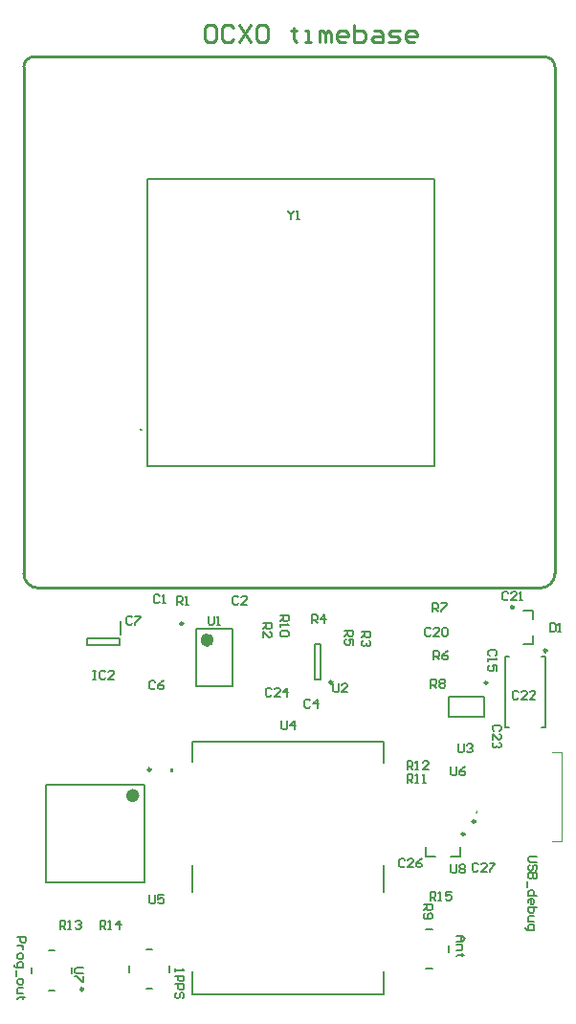
<source format=gto>
G04*
G04 #@! TF.GenerationSoftware,Altium Limited,Altium Designer,22.4.2 (48)*
G04*
G04 Layer_Color=65535*
%FSLAX25Y25*%
%MOIN*%
G70*
G04*
G04 #@! TF.SameCoordinates,EE9FD93B-DFF2-4F26-82DF-D5074B5D0FFF*
G04*
G04*
G04 #@! TF.FilePolarity,Positive*
G04*
G01*
G75*
%ADD10C,0.00984*%
%ADD11C,0.01496*%
%ADD12C,0.00787*%
%ADD13C,0.02362*%
%ADD14C,0.01000*%
%ADD15C,0.00630*%
%ADD16C,0.00394*%
%ADD17C,0.00591*%
D10*
X187980Y-16532D02*
G03*
X187980Y-16532I-492J0D01*
G01*
X159319Y-80500D02*
G03*
X159319Y-80500I-492J0D01*
G01*
X26406Y-134528D02*
G03*
X26406Y-134528I-492J0D01*
G01*
X163020Y-76087D02*
G03*
X163020Y-76087I-492J0D01*
G01*
X176437Y-1413D02*
G03*
X176437Y-1413I-492J0D01*
G01*
X167283Y-27732D02*
G03*
X167283Y-27732I-492J0D01*
G01*
X49988Y-58000D02*
G03*
X49988Y-58000I-492J0D01*
G01*
X61272Y-7189D02*
G03*
X61272Y-7189I-492J0D01*
G01*
X113216Y-27587D02*
G03*
X113216Y-27587I-492J0D01*
G01*
D11*
X57302Y-58224D02*
G03*
X57302Y-58224I-103J0D01*
G01*
D12*
X163496Y-73012D02*
G03*
X163496Y-72618I0J197D01*
G01*
D02*
G03*
X163496Y-73012I0J-197D01*
G01*
D02*
G03*
X163496Y-72618I0J197D01*
G01*
X46291Y60248D02*
G03*
X46685Y60248I197J0D01*
G01*
D02*
G03*
X46291Y60248I-197J0D01*
G01*
X187390Y-43402D02*
Y-18598D01*
X173610Y-43402D02*
Y-18598D01*
X174791D01*
X186209D02*
X187390D01*
X186209Y-43402D02*
X187390D01*
X173610D02*
X174791D01*
X157843Y-88374D02*
Y-84831D01*
X154496Y-88374D02*
X157843D01*
X145638D02*
Y-84831D01*
Y-88374D02*
X148984D01*
X42610Y-128563D02*
Y-126437D01*
X56390Y-128563D02*
Y-126437D01*
X48437Y-120610D02*
X50563D01*
X48437Y-134390D02*
X50563D01*
X14437Y-134890D02*
X16563D01*
X14437Y-121110D02*
X16563D01*
X8610Y-129063D02*
Y-126937D01*
X22390Y-129063D02*
Y-126937D01*
X179685Y-2595D02*
X183228D01*
Y-5744D02*
Y-2595D01*
X179685Y-14405D02*
X183228D01*
Y-11256D01*
X153898Y-39543D02*
Y-32457D01*
X166102Y-39543D02*
Y-32457D01*
X153898Y-39543D02*
X166102D01*
X153898Y-32457D02*
X166102D01*
X145937Y-127390D02*
X148063D01*
X145937Y-113610D02*
X148063D01*
X153890Y-121563D02*
Y-119437D01*
X13374Y-97370D02*
Y-63118D01*
X47626Y-97370D02*
Y-63118D01*
X13374Y-97370D02*
X47626D01*
X13374Y-63118D02*
X47626D01*
X39209Y-14681D02*
Y-12319D01*
X27791Y-14681D02*
X39209D01*
X27791D02*
Y-12319D01*
X39209D01*
X39406Y-10941D02*
Y-6216D01*
X65701Y-29039D02*
X78299D01*
X65701Y-8961D02*
X78299D01*
Y-29039D02*
Y-8961D01*
X65701Y-29039D02*
Y-8961D01*
X107016Y-26602D02*
X108984D01*
X107016Y-14398D02*
X108984D01*
Y-26602D02*
Y-14398D01*
X107016Y-26602D02*
Y-14398D01*
X48752Y47748D02*
X148752D01*
Y147748D01*
X48752D02*
X148752D01*
X48752Y47748D02*
Y147748D01*
X46291Y60248D02*
X46685D01*
D13*
X44870Y-67055D02*
G03*
X44870Y-67055I-1181J0D01*
G01*
X70819Y-12898D02*
G03*
X70819Y-12898I-1181J0D01*
G01*
D14*
X5752Y10248D02*
G03*
X10752Y5248I5000J0D01*
G01*
X185752D02*
G03*
X190752Y10248I0J5000D01*
G01*
Y186748D02*
G03*
X187252Y190248I-3500J0D01*
G01*
X9252D02*
G03*
X5752Y186748I0J-3500D01*
G01*
Y10248D02*
Y17748D01*
X10752Y5248D02*
X13652D01*
X180752D02*
X185752D01*
X190752Y10248D02*
Y20000D01*
Y89748D01*
X181752Y190248D02*
X187252D01*
X9252D02*
X24252D01*
X5752Y151748D02*
Y186748D01*
X190752Y160748D02*
Y186748D01*
X13652Y5248D02*
X180752D01*
X5752Y151748D02*
X5752Y17748D01*
X24252Y190248D02*
X181752D01*
X190752Y89748D02*
Y160748D01*
X71751Y201246D02*
X69752D01*
X68752Y200246D01*
Y196248D01*
X69752Y195248D01*
X71751D01*
X72751Y196248D01*
Y200246D01*
X71751Y201246D01*
X78749Y200246D02*
X77749Y201246D01*
X75750D01*
X74750Y200246D01*
Y196248D01*
X75750Y195248D01*
X77749D01*
X78749Y196248D01*
X80748Y201246D02*
X84747Y195248D01*
Y201246D02*
X80748Y195248D01*
X89745Y201246D02*
X87746D01*
X86746Y200246D01*
Y196248D01*
X87746Y195248D01*
X89745D01*
X90745Y196248D01*
Y200246D01*
X89745Y201246D01*
X99742Y200246D02*
Y199247D01*
X98742D01*
X100742D01*
X99742D01*
Y196248D01*
X100742Y195248D01*
X103741D02*
X105740D01*
X104740D01*
Y199247D01*
X103741D01*
X108739Y195248D02*
Y199247D01*
X109739D01*
X110738Y198247D01*
Y195248D01*
Y198247D01*
X111738Y199247D01*
X112738Y198247D01*
Y195248D01*
X117736D02*
X115737D01*
X114737Y196248D01*
Y198247D01*
X115737Y199247D01*
X117736D01*
X118736Y198247D01*
Y197247D01*
X114737D01*
X120735Y201246D02*
Y195248D01*
X123734D01*
X124734Y196248D01*
Y197247D01*
Y198247D01*
X123734Y199247D01*
X120735D01*
X127733D02*
X129732D01*
X130732Y198247D01*
Y195248D01*
X127733D01*
X126733Y196248D01*
X127733Y197247D01*
X130732D01*
X132731Y195248D02*
X135730D01*
X136730Y196248D01*
X135730Y197247D01*
X133731D01*
X132731Y198247D01*
X133731Y199247D01*
X136730D01*
X141728Y195248D02*
X139729D01*
X138729Y196248D01*
Y198247D01*
X139729Y199247D01*
X141728D01*
X142728Y198247D01*
Y197247D01*
X138729D01*
D15*
X131220Y-55474D02*
Y-48274D01*
X131170Y-48224D02*
X131220Y-48274D01*
X64345Y-48224D02*
X131170D01*
X64295Y-48274D02*
X64345Y-48224D01*
X64295Y-55324D02*
Y-48274D01*
X64345Y-100649D02*
Y-91324D01*
X131245Y-100499D02*
Y-91374D01*
X64295Y-136424D02*
Y-128224D01*
Y-136424D02*
X131195D01*
X131270Y-136349D01*
Y-128224D01*
D16*
X189874Y-82972D02*
X193122D01*
X189874D02*
X193122D01*
Y-52028D01*
Y-82972D02*
Y-52028D01*
X189874D02*
X193122D01*
X189874D02*
X193122D01*
D17*
X169984Y-18278D02*
X170476Y-17786D01*
Y-16802D01*
X169984Y-16310D01*
X168016D01*
X167524Y-16802D01*
Y-17786D01*
X168016Y-18278D01*
X167524Y-19262D02*
Y-20246D01*
Y-19754D01*
X170476D01*
X169984Y-19262D01*
X170476Y-23690D02*
Y-21722D01*
X169000D01*
X169492Y-22706D01*
Y-23198D01*
X169000Y-23690D01*
X168016D01*
X167524Y-23198D01*
Y-22214D01*
X168016Y-21722D01*
X43508Y-5016D02*
X43016Y-4524D01*
X42032D01*
X41540Y-5016D01*
Y-6984D01*
X42032Y-7476D01*
X43016D01*
X43508Y-6984D01*
X44492Y-4524D02*
X46460D01*
Y-5016D01*
X44492Y-6984D01*
Y-7476D01*
X178032Y-31016D02*
X177540Y-30524D01*
X176556D01*
X176064Y-31016D01*
Y-32984D01*
X176556Y-33476D01*
X177540D01*
X178032Y-32984D01*
X180984Y-33476D02*
X179016D01*
X180984Y-31508D01*
Y-31016D01*
X180492Y-30524D01*
X179508D01*
X179016Y-31016D01*
X183936Y-33476D02*
X181968D01*
X183936Y-31508D01*
Y-31016D01*
X183444Y-30524D01*
X182460D01*
X181968Y-31016D01*
X147310Y-103476D02*
Y-100524D01*
X148786D01*
X149278Y-101016D01*
Y-102000D01*
X148786Y-102492D01*
X147310D01*
X148294D02*
X149278Y-103476D01*
X150262D02*
X151246D01*
X150754D01*
Y-100524D01*
X150262Y-101016D01*
X154690Y-100524D02*
X152722D01*
Y-102000D01*
X153706Y-101508D01*
X154198D01*
X154690Y-102000D01*
Y-102984D01*
X154198Y-103476D01*
X153214D01*
X152722Y-102984D01*
X154540Y-91024D02*
Y-93484D01*
X155032Y-93976D01*
X156016D01*
X156508Y-93484D01*
Y-91024D01*
X157492Y-91516D02*
X157984Y-91024D01*
X158968D01*
X159460Y-91516D01*
Y-92008D01*
X158968Y-92500D01*
X159460Y-92992D01*
Y-93484D01*
X158968Y-93976D01*
X157984D01*
X157492Y-93484D01*
Y-92992D01*
X157984Y-92500D01*
X157492Y-92008D01*
Y-91516D01*
X157984Y-92500D02*
X158968D01*
X138532Y-89516D02*
X138040Y-89024D01*
X137056D01*
X136564Y-89516D01*
Y-91484D01*
X137056Y-91976D01*
X138040D01*
X138532Y-91484D01*
X141484Y-91976D02*
X139516D01*
X141484Y-90008D01*
Y-89516D01*
X140992Y-89024D01*
X140008D01*
X139516Y-89516D01*
X144436Y-89024D02*
X143452Y-89516D01*
X142468Y-90500D01*
Y-91484D01*
X142960Y-91976D01*
X143944D01*
X144436Y-91484D01*
Y-90992D01*
X143944Y-90500D01*
X142468D01*
X164032Y-91016D02*
X163540Y-90524D01*
X162556D01*
X162064Y-91016D01*
Y-92984D01*
X162556Y-93476D01*
X163540D01*
X164032Y-92984D01*
X166984Y-93476D02*
X165016D01*
X166984Y-91508D01*
Y-91016D01*
X166492Y-90524D01*
X165508D01*
X165016Y-91016D01*
X167968Y-90524D02*
X169936D01*
Y-91016D01*
X167968Y-92984D01*
Y-93476D01*
X139310Y-57976D02*
Y-55024D01*
X140786D01*
X141278Y-55516D01*
Y-56500D01*
X140786Y-56992D01*
X139310D01*
X140294D02*
X141278Y-57976D01*
X142262D02*
X143246D01*
X142754D01*
Y-55024D01*
X142262Y-55516D01*
X146690Y-57976D02*
X144722D01*
X146690Y-56008D01*
Y-55516D01*
X146198Y-55024D01*
X145214D01*
X144722Y-55516D01*
X32310Y-113476D02*
Y-110524D01*
X33786D01*
X34278Y-111016D01*
Y-112000D01*
X33786Y-112492D01*
X32310D01*
X33294D02*
X34278Y-113476D01*
X35262D02*
X36246D01*
X35754D01*
Y-110524D01*
X35262Y-111016D01*
X39198Y-113476D02*
Y-110524D01*
X37722Y-112000D01*
X39690D01*
X18310Y-113476D02*
Y-110524D01*
X19786D01*
X20278Y-111016D01*
Y-112000D01*
X19786Y-112492D01*
X18310D01*
X19294D02*
X20278Y-113476D01*
X21262D02*
X22246D01*
X21754D01*
Y-110524D01*
X21262Y-111016D01*
X23722D02*
X24214Y-110524D01*
X25198D01*
X25690Y-111016D01*
Y-111508D01*
X25198Y-112000D01*
X24706D01*
X25198D01*
X25690Y-112492D01*
Y-112984D01*
X25198Y-113476D01*
X24214D01*
X23722Y-112984D01*
X26476Y-127040D02*
X24016D01*
X23524Y-127532D01*
Y-128516D01*
X24016Y-129008D01*
X26476D01*
Y-129992D02*
Y-131960D01*
X25984D01*
X24016Y-129992D01*
X23524D01*
X58524Y-127334D02*
Y-128318D01*
Y-127826D01*
X61476D01*
X60984Y-127334D01*
X58524Y-129794D02*
X61476D01*
Y-131270D01*
X60984Y-131762D01*
X60000D01*
X59508Y-131270D01*
Y-129794D01*
X58524Y-132746D02*
X61476D01*
Y-134222D01*
X60984Y-134714D01*
X60000D01*
X59508Y-134222D01*
Y-132746D01*
X60984Y-137666D02*
X61476Y-137174D01*
Y-136190D01*
X60984Y-135698D01*
X60492D01*
X60000Y-136190D01*
Y-137174D01*
X59508Y-137666D01*
X59016D01*
X58524Y-137174D01*
Y-136190D01*
X59016Y-135698D01*
X3516Y-116177D02*
X6468D01*
Y-117653D01*
X5976Y-118145D01*
X4992D01*
X4500Y-117653D01*
Y-116177D01*
X5484Y-119129D02*
X3516D01*
X4500D01*
X4992Y-119621D01*
X5484Y-120112D01*
Y-120604D01*
X3516Y-122572D02*
Y-123556D01*
X4008Y-124048D01*
X4992D01*
X5484Y-123556D01*
Y-122572D01*
X4992Y-122080D01*
X4008D01*
X3516Y-122572D01*
X2532Y-126016D02*
Y-126508D01*
X3024Y-127000D01*
X5484D01*
Y-125524D01*
X4992Y-125032D01*
X4008D01*
X3516Y-125524D01*
Y-127000D01*
X3024Y-127984D02*
Y-129952D01*
X3516Y-131428D02*
Y-132412D01*
X4008Y-132904D01*
X4992D01*
X5484Y-132412D01*
Y-131428D01*
X4992Y-130936D01*
X4008D01*
X3516Y-131428D01*
X5484Y-133888D02*
X4008D01*
X3516Y-134379D01*
Y-135855D01*
X5484D01*
X5976Y-137331D02*
X5484D01*
Y-136839D01*
Y-137823D01*
Y-137331D01*
X4008D01*
X3516Y-137823D01*
X92032Y-30016D02*
X91540Y-29524D01*
X90556D01*
X90064Y-30016D01*
Y-31984D01*
X90556Y-32476D01*
X91540D01*
X92032Y-31984D01*
X94984Y-32476D02*
X93016D01*
X94984Y-30508D01*
Y-30016D01*
X94492Y-29524D01*
X93508D01*
X93016Y-30016D01*
X97444Y-32476D02*
Y-29524D01*
X95968Y-31000D01*
X97936D01*
X95024Y-4310D02*
X97976D01*
Y-5786D01*
X97484Y-6278D01*
X96500D01*
X96008Y-5786D01*
Y-4310D01*
Y-5294D02*
X95024Y-6278D01*
Y-7262D02*
Y-8246D01*
Y-7754D01*
X97976D01*
X97484Y-7262D01*
Y-9722D02*
X97976Y-10214D01*
Y-11198D01*
X97484Y-11690D01*
X95516D01*
X95024Y-11198D01*
Y-10214D01*
X95516Y-9722D01*
X97484D01*
X95540Y-41024D02*
Y-43484D01*
X96032Y-43976D01*
X97016D01*
X97508Y-43484D01*
Y-41024D01*
X99968Y-43976D02*
Y-41024D01*
X98492Y-42500D01*
X100460D01*
X139302Y-62476D02*
Y-59524D01*
X140778D01*
X141270Y-60016D01*
Y-61000D01*
X140778Y-61492D01*
X139302D01*
X140286D02*
X141270Y-62476D01*
X142254D02*
X143238D01*
X142746D01*
Y-59524D01*
X142254Y-60016D01*
X144714Y-62476D02*
X145698D01*
X145206D01*
Y-59524D01*
X144714Y-60016D01*
X154540Y-57024D02*
Y-59484D01*
X155032Y-59976D01*
X156016D01*
X156508Y-59484D01*
Y-57024D01*
X159460D02*
X158476Y-57516D01*
X157492Y-58500D01*
Y-59484D01*
X157984Y-59976D01*
X158968D01*
X159460Y-59484D01*
Y-58992D01*
X158968Y-58500D01*
X157492D01*
X184468Y-88209D02*
X182008D01*
X181516Y-88701D01*
Y-89685D01*
X182008Y-90177D01*
X184468D01*
X183976Y-93129D02*
X184468Y-92637D01*
Y-91653D01*
X183976Y-91161D01*
X183484D01*
X182992Y-91653D01*
Y-92637D01*
X182500Y-93129D01*
X182008D01*
X181516Y-92637D01*
Y-91653D01*
X182008Y-91161D01*
X184468Y-94112D02*
X181516D01*
Y-95588D01*
X182008Y-96080D01*
X182500D01*
X182992Y-95588D01*
Y-94112D01*
Y-95588D01*
X183484Y-96080D01*
X183976D01*
X184468Y-95588D01*
Y-94112D01*
X181024Y-97064D02*
Y-99032D01*
X184468Y-101984D02*
X181516D01*
Y-100508D01*
X182008Y-100016D01*
X182992D01*
X183484Y-100508D01*
Y-101984D01*
X181516Y-104444D02*
Y-103460D01*
X182008Y-102968D01*
X182992D01*
X183484Y-103460D01*
Y-104444D01*
X182992Y-104936D01*
X182500D01*
Y-102968D01*
X184468Y-105920D02*
X181516D01*
Y-107396D01*
X182008Y-107888D01*
X182500D01*
X182992D01*
X183484Y-107396D01*
Y-105920D01*
Y-108871D02*
X182008D01*
X181516Y-109363D01*
Y-110839D01*
X183484D01*
X180532Y-112807D02*
Y-113299D01*
X181024Y-113791D01*
X183484D01*
Y-112315D01*
X182992Y-111823D01*
X182008D01*
X181516Y-112315D01*
Y-113791D01*
X145024Y-105040D02*
X147976D01*
Y-106516D01*
X147484Y-107008D01*
X146500D01*
X146008Y-106516D01*
Y-105040D01*
Y-106024D02*
X145024Y-107008D01*
X145516Y-107992D02*
X145024Y-108484D01*
Y-109468D01*
X145516Y-109960D01*
X147484D01*
X147976Y-109468D01*
Y-108484D01*
X147484Y-107992D01*
X146992D01*
X146500Y-108484D01*
Y-109960D01*
X189005Y-7024D02*
Y-9976D01*
X190480D01*
X190972Y-9484D01*
Y-7516D01*
X190480Y-7024D01*
X189005D01*
X191956Y-9976D02*
X192940D01*
X192448D01*
Y-7024D01*
X191956Y-7516D01*
X171484Y-44532D02*
X171976Y-44040D01*
Y-43056D01*
X171484Y-42564D01*
X169516D01*
X169024Y-43056D01*
Y-44040D01*
X169516Y-44532D01*
X169024Y-47484D02*
Y-45516D01*
X170992Y-47484D01*
X171484D01*
X171976Y-46992D01*
Y-46008D01*
X171484Y-45516D01*
Y-48468D02*
X171976Y-48960D01*
Y-49944D01*
X171484Y-50436D01*
X170992D01*
X170500Y-49944D01*
Y-49452D01*
Y-49944D01*
X170008Y-50436D01*
X169516D01*
X169024Y-49944D01*
Y-48960D01*
X169516Y-48468D01*
X157040Y-49024D02*
Y-51484D01*
X157532Y-51976D01*
X158516D01*
X159008Y-51484D01*
Y-49024D01*
X159992Y-49516D02*
X160484Y-49024D01*
X161468D01*
X161960Y-49516D01*
Y-50008D01*
X161468Y-50500D01*
X160976D01*
X161468D01*
X161960Y-50992D01*
Y-51484D01*
X161468Y-51976D01*
X160484D01*
X159992Y-51484D01*
X147540Y-29476D02*
Y-26524D01*
X149016D01*
X149508Y-27016D01*
Y-28000D01*
X149016Y-28492D01*
X147540D01*
X148524D02*
X149508Y-29476D01*
X150492Y-27016D02*
X150984Y-26524D01*
X151968D01*
X152460Y-27016D01*
Y-27508D01*
X151968Y-28000D01*
X152460Y-28492D01*
Y-28984D01*
X151968Y-29476D01*
X150984D01*
X150492Y-28984D01*
Y-28492D01*
X150984Y-28000D01*
X150492Y-27508D01*
Y-27016D01*
X150984Y-28000D02*
X151968D01*
X147532Y-9016D02*
X147040Y-8524D01*
X146056D01*
X145564Y-9016D01*
Y-10984D01*
X146056Y-11476D01*
X147040D01*
X147532Y-10984D01*
X150484Y-11476D02*
X148516D01*
X150484Y-9508D01*
Y-9016D01*
X149992Y-8524D01*
X149008D01*
X148516Y-9016D01*
X151468D02*
X151960Y-8524D01*
X152944D01*
X153436Y-9016D01*
Y-10984D01*
X152944Y-11476D01*
X151960D01*
X151468Y-10984D01*
Y-9016D01*
X148540Y-19732D02*
Y-16780D01*
X150016D01*
X150508Y-17272D01*
Y-18256D01*
X150016Y-18748D01*
X148540D01*
X149524D02*
X150508Y-19732D01*
X153460Y-16780D02*
X152476Y-17272D01*
X151492Y-18256D01*
Y-19240D01*
X151984Y-19732D01*
X152968D01*
X153460Y-19240D01*
Y-18748D01*
X152968Y-18256D01*
X151492D01*
X148040Y-2976D02*
Y-24D01*
X149516D01*
X150008Y-516D01*
Y-1500D01*
X149516Y-1992D01*
X148040D01*
X149024D02*
X150008Y-2976D01*
X150992Y-24D02*
X152960D01*
Y-516D01*
X150992Y-2484D01*
Y-2976D01*
X174524Y3484D02*
X174032Y3976D01*
X173048D01*
X172556Y3484D01*
Y1516D01*
X173048Y1024D01*
X174032D01*
X174524Y1516D01*
X177476Y1024D02*
X175508D01*
X177476Y2992D01*
Y3484D01*
X176984Y3976D01*
X176000D01*
X175508Y3484D01*
X178460Y1024D02*
X179444D01*
X178952D01*
Y3976D01*
X178460Y3484D01*
X156524Y-116056D02*
X158492D01*
X159476Y-117040D01*
X158492Y-118024D01*
X156524D01*
X158000D01*
Y-116056D01*
X156524Y-119008D02*
X158492D01*
Y-120484D01*
X158000Y-120976D01*
X156524D01*
X158984Y-122452D02*
X158492D01*
Y-121960D01*
Y-122944D01*
Y-122452D01*
X157016D01*
X156524Y-122944D01*
X29810Y-23524D02*
X30794D01*
X30302D01*
Y-26476D01*
X29810D01*
X30794D01*
X34238Y-24016D02*
X33746Y-23524D01*
X32762D01*
X32270Y-24016D01*
Y-25984D01*
X32762Y-26476D01*
X33746D01*
X34238Y-25984D01*
X37190Y-26476D02*
X35222D01*
X37190Y-24508D01*
Y-24016D01*
X36698Y-23524D01*
X35714D01*
X35222Y-24016D01*
X49540Y-101768D02*
Y-104228D01*
X50032Y-104720D01*
X51016D01*
X51508Y-104228D01*
Y-101768D01*
X54460D02*
X52492D01*
Y-103244D01*
X53476Y-102752D01*
X53968D01*
X54460Y-103244D01*
Y-104228D01*
X53968Y-104720D01*
X52984D01*
X52492Y-104228D01*
X97784Y136724D02*
Y136232D01*
X98768Y135248D01*
X99752Y136232D01*
Y136724D01*
X98768Y135248D02*
Y133772D01*
X100736D02*
X101720D01*
X101228D01*
Y136724D01*
X100736Y136232D01*
X70032Y-4524D02*
Y-6984D01*
X70524Y-7476D01*
X71508D01*
X72000Y-6984D01*
Y-4524D01*
X72984Y-7476D02*
X73968D01*
X73476D01*
Y-4524D01*
X72984Y-5016D01*
X59032Y-476D02*
Y2476D01*
X60508D01*
X61000Y1984D01*
Y1000D01*
X60508Y508D01*
X59032D01*
X60016D02*
X61000Y-476D01*
X61984D02*
X62968D01*
X62476D01*
Y2476D01*
X61984Y1984D01*
X113540Y-28024D02*
Y-30484D01*
X114032Y-30976D01*
X115016D01*
X115508Y-30484D01*
Y-28024D01*
X118460Y-30976D02*
X116492D01*
X118460Y-29008D01*
Y-28516D01*
X117968Y-28024D01*
X116984D01*
X116492Y-28516D01*
X117524Y-9540D02*
X120476D01*
Y-11016D01*
X119984Y-11508D01*
X119000D01*
X118508Y-11016D01*
Y-9540D01*
Y-10524D02*
X117524Y-11508D01*
X120476Y-14460D02*
Y-12492D01*
X119000D01*
X119492Y-13476D01*
Y-13968D01*
X119000Y-14460D01*
X118016D01*
X117524Y-13968D01*
Y-12984D01*
X118016Y-12492D01*
X106040Y-6976D02*
Y-4024D01*
X107516D01*
X108008Y-4516D01*
Y-5500D01*
X107516Y-5992D01*
X106040D01*
X107024D02*
X108008Y-6976D01*
X110468D02*
Y-4024D01*
X108992Y-5500D01*
X110960D01*
X123524Y-10040D02*
X126476D01*
Y-11516D01*
X125984Y-12008D01*
X125000D01*
X124508Y-11516D01*
Y-10040D01*
Y-11024D02*
X123524Y-12008D01*
X125984Y-12992D02*
X126476Y-13484D01*
Y-14468D01*
X125984Y-14960D01*
X125492D01*
X125000Y-14468D01*
Y-13976D01*
Y-14468D01*
X124508Y-14960D01*
X124016D01*
X123524Y-14468D01*
Y-13484D01*
X124016Y-12992D01*
X89024Y-7040D02*
X91976D01*
Y-8516D01*
X91484Y-9008D01*
X90500D01*
X90008Y-8516D01*
Y-7040D01*
Y-8024D02*
X89024Y-9008D01*
Y-11960D02*
Y-9992D01*
X90992Y-11960D01*
X91484D01*
X91976Y-11468D01*
Y-10484D01*
X91484Y-9992D01*
X51508Y-27516D02*
X51016Y-27024D01*
X50032D01*
X49540Y-27516D01*
Y-29484D01*
X50032Y-29976D01*
X51016D01*
X51508Y-29484D01*
X54460Y-27024D02*
X53476Y-27516D01*
X52492Y-28500D01*
Y-29484D01*
X52984Y-29976D01*
X53968D01*
X54460Y-29484D01*
Y-28992D01*
X53968Y-28500D01*
X52492D01*
X105508Y-34016D02*
X105016Y-33524D01*
X104032D01*
X103540Y-34016D01*
Y-35984D01*
X104032Y-36476D01*
X105016D01*
X105508Y-35984D01*
X107968Y-36476D02*
Y-33524D01*
X106492Y-35000D01*
X108460D01*
X80508Y1984D02*
X80016Y2476D01*
X79032D01*
X78540Y1984D01*
Y16D01*
X79032Y-476D01*
X80016D01*
X80508Y16D01*
X83460Y-476D02*
X81492D01*
X83460Y1492D01*
Y1984D01*
X82968Y2476D01*
X81984D01*
X81492Y1984D01*
X53000Y2484D02*
X52508Y2976D01*
X51524D01*
X51032Y2484D01*
Y516D01*
X51524Y24D01*
X52508D01*
X53000Y516D01*
X53984Y24D02*
X54968D01*
X54476D01*
Y2976D01*
X53984Y2484D01*
M02*

</source>
